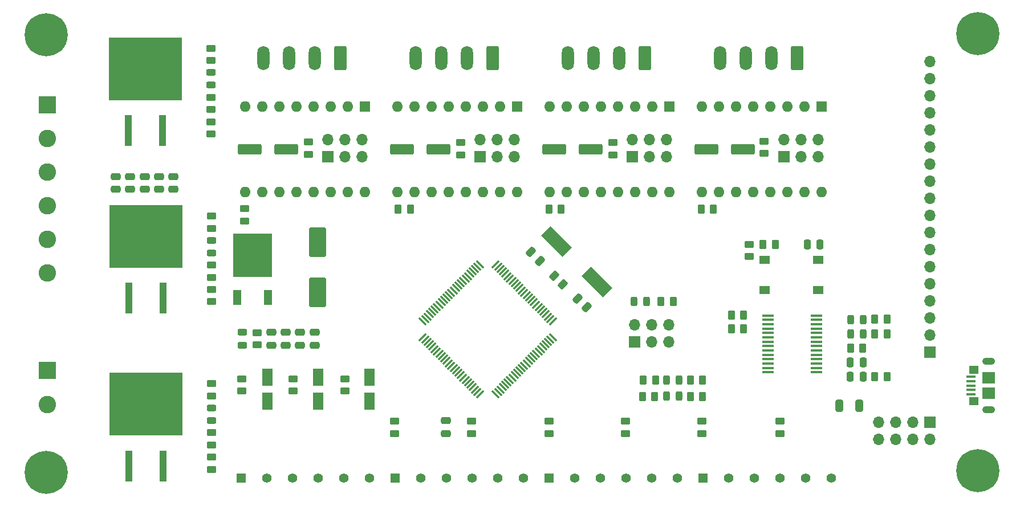
<source format=gbr>
%TF.GenerationSoftware,KiCad,Pcbnew,(6.0.5)*%
%TF.CreationDate,2022-12-16T11:23:46+03:00*%
%TF.ProjectId,3dprinter,33647072-696e-4746-9572-2e6b69636164,rev?*%
%TF.SameCoordinates,Original*%
%TF.FileFunction,Soldermask,Top*%
%TF.FilePolarity,Negative*%
%FSLAX46Y46*%
G04 Gerber Fmt 4.6, Leading zero omitted, Abs format (unit mm)*
G04 Created by KiCad (PCBNEW (6.0.5)) date 2022-12-16 11:23:46*
%MOMM*%
%LPD*%
G01*
G04 APERTURE LIST*
G04 Aperture macros list*
%AMRoundRect*
0 Rectangle with rounded corners*
0 $1 Rounding radius*
0 $2 $3 $4 $5 $6 $7 $8 $9 X,Y pos of 4 corners*
0 Add a 4 corners polygon primitive as box body*
4,1,4,$2,$3,$4,$5,$6,$7,$8,$9,$2,$3,0*
0 Add four circle primitives for the rounded corners*
1,1,$1+$1,$2,$3*
1,1,$1+$1,$4,$5*
1,1,$1+$1,$6,$7*
1,1,$1+$1,$8,$9*
0 Add four rect primitives between the rounded corners*
20,1,$1+$1,$2,$3,$4,$5,0*
20,1,$1+$1,$4,$5,$6,$7,0*
20,1,$1+$1,$6,$7,$8,$9,0*
20,1,$1+$1,$8,$9,$2,$3,0*%
%AMRotRect*
0 Rectangle, with rotation*
0 The origin of the aperture is its center*
0 $1 length*
0 $2 width*
0 $3 Rotation angle, in degrees counterclockwise*
0 Add horizontal line*
21,1,$1,$2,0,0,$3*%
G04 Aperture macros list end*
%ADD10R,1.100000X4.600000*%
%ADD11R,10.800000X9.400000*%
%ADD12RoundRect,0.250000X-0.450000X0.262500X-0.450000X-0.262500X0.450000X-0.262500X0.450000X0.262500X0*%
%ADD13RoundRect,0.243750X-0.243750X-0.456250X0.243750X-0.456250X0.243750X0.456250X-0.243750X0.456250X0*%
%ADD14RoundRect,0.243750X-0.456250X0.243750X-0.456250X-0.243750X0.456250X-0.243750X0.456250X0.243750X0*%
%ADD15RoundRect,0.250000X-0.250000X-0.475000X0.250000X-0.475000X0.250000X0.475000X-0.250000X0.475000X0*%
%ADD16R,1.600000X1.600000*%
%ADD17O,1.600000X1.600000*%
%ADD18RoundRect,0.250000X0.503814X0.132583X0.132583X0.503814X-0.503814X-0.132583X-0.132583X-0.503814X0*%
%ADD19RoundRect,0.250000X0.450000X-0.262500X0.450000X0.262500X-0.450000X0.262500X-0.450000X-0.262500X0*%
%ADD20RoundRect,0.250000X0.475000X-0.250000X0.475000X0.250000X-0.475000X0.250000X-0.475000X-0.250000X0*%
%ADD21RoundRect,0.250000X-1.500000X-0.550000X1.500000X-0.550000X1.500000X0.550000X-1.500000X0.550000X0*%
%ADD22R,1.700000X1.700000*%
%ADD23O,1.700000X1.700000*%
%ADD24C,0.800000*%
%ADD25C,6.400000*%
%ADD26RoundRect,0.250000X0.650000X1.550000X-0.650000X1.550000X-0.650000X-1.550000X0.650000X-1.550000X0*%
%ADD27O,1.800000X3.600000*%
%ADD28RoundRect,0.250000X0.262500X0.450000X-0.262500X0.450000X-0.262500X-0.450000X0.262500X-0.450000X0*%
%ADD29R,1.400000X0.400000*%
%ADD30R,1.450000X1.150000*%
%ADD31O,1.900000X1.050000*%
%ADD32R,1.900000X1.750000*%
%ADD33RoundRect,0.250000X0.325000X0.650000X-0.325000X0.650000X-0.325000X-0.650000X0.325000X-0.650000X0*%
%ADD34R,1.400000X1.400000*%
%ADD35C,1.400000*%
%ADD36RoundRect,0.250000X-0.262500X-0.450000X0.262500X-0.450000X0.262500X0.450000X-0.262500X0.450000X0*%
%ADD37RotRect,4.500000X2.000000X135.000000*%
%ADD38RoundRect,0.250000X-0.512652X-0.159099X-0.159099X-0.512652X0.512652X0.159099X0.159099X0.512652X0*%
%ADD39RoundRect,0.243750X0.456250X-0.243750X0.456250X0.243750X-0.456250X0.243750X-0.456250X-0.243750X0*%
%ADD40R,1.550000X1.300000*%
%ADD41R,2.600000X2.600000*%
%ADD42C,2.600000*%
%ADD43RoundRect,0.075000X0.521491X-0.415425X-0.415425X0.521491X-0.521491X0.415425X0.415425X-0.521491X0*%
%ADD44RoundRect,0.075000X0.521491X0.415425X0.415425X0.521491X-0.521491X-0.415425X-0.415425X-0.521491X0*%
%ADD45R,1.200000X2.200000*%
%ADD46R,5.800000X6.400000*%
%ADD47RoundRect,0.243750X0.243750X0.456250X-0.243750X0.456250X-0.243750X-0.456250X0.243750X-0.456250X0*%
%ADD48RoundRect,0.250000X1.000000X-1.950000X1.000000X1.950000X-1.000000X1.950000X-1.000000X-1.950000X0*%
%ADD49RoundRect,0.250000X0.550000X-1.050000X0.550000X1.050000X-0.550000X1.050000X-0.550000X-1.050000X0*%
%ADD50R,1.750000X0.450000*%
%ADD51RoundRect,0.250000X0.512652X0.159099X0.159099X0.512652X-0.512652X-0.159099X-0.159099X-0.512652X0*%
G04 APERTURE END LIST*
D10*
%TO.C,Q1*%
X119435000Y-116025000D03*
D11*
X121975000Y-106875000D03*
D10*
X124515000Y-116025000D03*
%TD*%
%TO.C,Q2*%
X124515000Y-91100000D03*
D11*
X121975000Y-81950000D03*
D10*
X119435000Y-91100000D03*
%TD*%
D12*
%TO.C,R12*%
X131600000Y-64887500D03*
X131600000Y-66712500D03*
%TD*%
D13*
%TO.C,D11*%
X226575001Y-96458749D03*
X228450001Y-96458749D03*
%TD*%
D14*
%TO.C,D12*%
X136300000Y-96200000D03*
X136300000Y-98075000D03*
%TD*%
D15*
%TO.C,C8*%
X220170000Y-83130000D03*
X222070000Y-83130000D03*
%TD*%
D13*
%TO.C,D2*%
X199282500Y-103255003D03*
X201157500Y-103255003D03*
%TD*%
D16*
%TO.C,A4*%
X222250000Y-62660000D03*
D17*
X219710000Y-62660000D03*
X217170000Y-62660000D03*
X214630000Y-62660000D03*
X212090000Y-62660000D03*
X209550000Y-62660000D03*
X207010000Y-62660000D03*
X204470000Y-62660000D03*
X204470000Y-75360000D03*
X207010000Y-75360000D03*
X209550000Y-75360000D03*
X212090000Y-75360000D03*
X214630000Y-75360000D03*
X217170000Y-75360000D03*
X219710000Y-75360000D03*
X222250000Y-75360000D03*
%TD*%
D18*
%TO.C,R3*%
X183856334Y-89053713D03*
X182565864Y-87763243D03*
%TD*%
D19*
%TO.C,R14*%
X131675000Y-88017500D03*
X131675000Y-86192500D03*
%TD*%
D20*
%TO.C,C19*%
X123900000Y-74950000D03*
X123900000Y-73050000D03*
%TD*%
D21*
%TO.C,C15*%
X205160000Y-69000000D03*
X210560000Y-69000000D03*
%TD*%
D19*
%TO.C,R13*%
X131675000Y-112922500D03*
X131675000Y-111097500D03*
%TD*%
%TO.C,R1*%
X211500000Y-84912500D03*
X211500000Y-83087500D03*
%TD*%
D22*
%TO.C,J12*%
X171535000Y-70075000D03*
D23*
X171535000Y-67535000D03*
X174075000Y-70075000D03*
X174075000Y-67535000D03*
X176615000Y-70075000D03*
X176615000Y-67535000D03*
%TD*%
D19*
%TO.C,R20*%
X151500000Y-104912500D03*
X151500000Y-103087500D03*
%TD*%
D12*
%TO.C,R23*%
X146060000Y-67887500D03*
X146060000Y-69712500D03*
%TD*%
D24*
%TO.C,H1*%
X105402944Y-53697056D03*
X108797056Y-53697056D03*
X108797056Y-50302944D03*
X107100000Y-49600000D03*
X109500000Y-52000000D03*
X105402944Y-50302944D03*
X107100000Y-54400000D03*
X104700000Y-52000000D03*
D25*
X107100000Y-52000000D03*
%TD*%
D26*
%TO.C,J9*%
X150860000Y-55432500D03*
D27*
X147050000Y-55432500D03*
X143240000Y-55432500D03*
X139430000Y-55432500D03*
%TD*%
D20*
%TO.C,C18*%
X121750000Y-74950000D03*
X121750000Y-73050000D03*
%TD*%
D19*
%TO.C,R17*%
X131675000Y-105642500D03*
X131675000Y-103817500D03*
%TD*%
D24*
%TO.C,H2*%
X243802944Y-50102944D03*
X243100000Y-51800000D03*
D25*
X245500000Y-51800000D03*
D24*
X247900000Y-51800000D03*
X243802944Y-53497056D03*
X245500000Y-54200000D03*
X247197056Y-50102944D03*
X245500000Y-49400000D03*
X247197056Y-53497056D03*
%TD*%
D12*
%TO.C,R29*%
X213700000Y-67787500D03*
X213700000Y-69612500D03*
%TD*%
D20*
%TO.C,C2*%
X140553000Y-98107500D03*
X140553000Y-96207500D03*
%TD*%
D28*
%TO.C,R2*%
X200272500Y-91620001D03*
X198447500Y-91620001D03*
%TD*%
D29*
%TO.C,J2*%
X244450000Y-105400000D03*
X244450000Y-104750000D03*
X244450000Y-104100000D03*
X244450000Y-103450000D03*
X244450000Y-102800000D03*
D30*
X244870000Y-101780000D03*
D31*
X247100000Y-100525000D03*
D32*
X247100000Y-105225000D03*
D31*
X247100000Y-107675000D03*
D32*
X247100000Y-102975000D03*
D30*
X244870000Y-106420000D03*
%TD*%
D22*
%TO.C,J14*%
X194135000Y-70075000D03*
D23*
X194135000Y-67535000D03*
X196675000Y-70075000D03*
X196675000Y-67535000D03*
X199215000Y-70075000D03*
X199215000Y-67535000D03*
%TD*%
D28*
%TO.C,R28*%
X206212500Y-77900000D03*
X204387500Y-77900000D03*
%TD*%
D22*
%TO.C,J1*%
X194475000Y-97575000D03*
D23*
X194475000Y-95035000D03*
X197015000Y-97575000D03*
X197015000Y-95035000D03*
X199555000Y-97575000D03*
X199555000Y-95035000D03*
%TD*%
D16*
%TO.C,A3*%
X199650000Y-62660000D03*
D17*
X197110000Y-62660000D03*
X194570000Y-62660000D03*
X192030000Y-62660000D03*
X189490000Y-62660000D03*
X186950000Y-62660000D03*
X184410000Y-62660000D03*
X181870000Y-62660000D03*
X181870000Y-75360000D03*
X184410000Y-75360000D03*
X186950000Y-75360000D03*
X189490000Y-75360000D03*
X192030000Y-75360000D03*
X194570000Y-75360000D03*
X197110000Y-75360000D03*
X199650000Y-75360000D03*
%TD*%
D22*
%TO.C,J17*%
X238400000Y-109557500D03*
D23*
X238400000Y-112097500D03*
X235860000Y-109557500D03*
X235860000Y-112097500D03*
X233320000Y-109557500D03*
X233320000Y-112097500D03*
X230780000Y-109557500D03*
X230780000Y-112097500D03*
%TD*%
D33*
%TO.C,FB1*%
X227875000Y-107100000D03*
X224925000Y-107100000D03*
%TD*%
D20*
%TO.C,C17*%
X119600000Y-74950000D03*
X119600000Y-73050000D03*
%TD*%
%TO.C,C5*%
X147000000Y-98107500D03*
X147000000Y-96207500D03*
%TD*%
D19*
%TO.C,R9*%
X136200000Y-104912500D03*
X136200000Y-103087500D03*
%TD*%
D34*
%TO.C,J4*%
X158930000Y-117832500D03*
D35*
X162740000Y-117832500D03*
X166550000Y-117832500D03*
X170360000Y-117832500D03*
X174170000Y-117832500D03*
X177980000Y-117832500D03*
%TD*%
D21*
%TO.C,C12*%
X137360000Y-69000000D03*
X142760000Y-69000000D03*
%TD*%
D36*
%TO.C,R34*%
X195787500Y-103300000D03*
X197612500Y-103300000D03*
%TD*%
D37*
%TO.C,Y1*%
X188905204Y-88705204D03*
X182894796Y-82694796D03*
%TD*%
D20*
%TO.C,C3*%
X142702000Y-98107500D03*
X142702000Y-96207500D03*
%TD*%
D19*
%TO.C,R22*%
X136560000Y-79645000D03*
X136560000Y-77820000D03*
%TD*%
D38*
%TO.C,C7*%
X179139349Y-84236728D03*
X180482851Y-85580230D03*
%TD*%
D19*
%TO.C,R16*%
X143800000Y-104912500D03*
X143800000Y-103087500D03*
%TD*%
D39*
%TO.C,D6*%
X131720000Y-109287500D03*
X131720000Y-107412500D03*
%TD*%
D36*
%TO.C,R8*%
X213587500Y-83100001D03*
X215412500Y-83100001D03*
%TD*%
D21*
%TO.C,C13*%
X159960000Y-69000000D03*
X165360000Y-69000000D03*
%TD*%
D13*
%TO.C,D3*%
X199219999Y-105678207D03*
X201094999Y-105678207D03*
%TD*%
D40*
%TO.C,SW1*%
X213845000Y-85380001D03*
X221795000Y-85380001D03*
X213845000Y-89880001D03*
X221795000Y-89880001D03*
%TD*%
D41*
%TO.C,J3*%
X107300000Y-101800000D03*
D42*
X107300000Y-106880000D03*
%TD*%
D20*
%TO.C,C4*%
X144851000Y-98107500D03*
X144851000Y-96207500D03*
%TD*%
D26*
%TO.C,J15*%
X218620000Y-55432500D03*
D27*
X214810000Y-55432500D03*
X211000000Y-55432500D03*
X207190000Y-55432500D03*
%TD*%
D22*
%TO.C,J16*%
X216735000Y-70075000D03*
D23*
X216735000Y-67535000D03*
X219275000Y-70075000D03*
X219275000Y-67535000D03*
X221815000Y-70075000D03*
X221815000Y-67535000D03*
%TD*%
D43*
%TO.C,U1*%
X173886665Y-105386157D03*
X174240218Y-105032604D03*
X174593772Y-104679051D03*
X174947325Y-104325497D03*
X175300879Y-103971944D03*
X175654432Y-103618390D03*
X176007985Y-103264837D03*
X176361539Y-102911284D03*
X176715092Y-102557730D03*
X177068646Y-102204177D03*
X177422199Y-101850623D03*
X177775752Y-101497070D03*
X178129306Y-101143517D03*
X178482859Y-100789963D03*
X178836412Y-100436410D03*
X179189966Y-100082857D03*
X179543519Y-99729303D03*
X179897073Y-99375750D03*
X180250626Y-99022196D03*
X180604179Y-98668643D03*
X180957733Y-98315090D03*
X181311286Y-97961536D03*
X181664840Y-97607983D03*
X182018393Y-97254429D03*
X182371946Y-96900876D03*
D44*
X182371946Y-94549746D03*
X182018393Y-94196193D03*
X181664840Y-93842639D03*
X181311286Y-93489086D03*
X180957733Y-93135532D03*
X180604179Y-92781979D03*
X180250626Y-92428426D03*
X179897073Y-92074872D03*
X179543519Y-91721319D03*
X179189966Y-91367765D03*
X178836412Y-91014212D03*
X178482859Y-90660659D03*
X178129306Y-90307105D03*
X177775752Y-89953552D03*
X177422199Y-89599999D03*
X177068646Y-89246445D03*
X176715092Y-88892892D03*
X176361539Y-88539338D03*
X176007985Y-88185785D03*
X175654432Y-87832232D03*
X175300879Y-87478678D03*
X174947325Y-87125125D03*
X174593772Y-86771571D03*
X174240218Y-86418018D03*
X173886665Y-86064465D03*
D43*
X171535535Y-86064465D03*
X171181982Y-86418018D03*
X170828428Y-86771571D03*
X170474875Y-87125125D03*
X170121321Y-87478678D03*
X169767768Y-87832232D03*
X169414215Y-88185785D03*
X169060661Y-88539338D03*
X168707108Y-88892892D03*
X168353554Y-89246445D03*
X168000001Y-89599999D03*
X167646448Y-89953552D03*
X167292894Y-90307105D03*
X166939341Y-90660659D03*
X166585788Y-91014212D03*
X166232234Y-91367765D03*
X165878681Y-91721319D03*
X165525127Y-92074872D03*
X165171574Y-92428426D03*
X164818021Y-92781979D03*
X164464467Y-93135532D03*
X164110914Y-93489086D03*
X163757360Y-93842639D03*
X163403807Y-94196193D03*
X163050254Y-94549746D03*
D44*
X163050254Y-96900876D03*
X163403807Y-97254429D03*
X163757360Y-97607983D03*
X164110914Y-97961536D03*
X164464467Y-98315090D03*
X164818021Y-98668643D03*
X165171574Y-99022196D03*
X165525127Y-99375750D03*
X165878681Y-99729303D03*
X166232234Y-100082857D03*
X166585788Y-100436410D03*
X166939341Y-100789963D03*
X167292894Y-101143517D03*
X167646448Y-101497070D03*
X168000001Y-101850623D03*
X168353554Y-102204177D03*
X168707108Y-102557730D03*
X169060661Y-102911284D03*
X169414215Y-103264837D03*
X169767768Y-103618390D03*
X170121321Y-103971944D03*
X170474875Y-104325497D03*
X170828428Y-104679051D03*
X171181982Y-105032604D03*
X171535535Y-105386157D03*
%TD*%
D19*
%TO.C,R18*%
X131675000Y-80737500D03*
X131675000Y-78912500D03*
%TD*%
D28*
%TO.C,R24*%
X161212500Y-77900000D03*
X159387500Y-77900000D03*
%TD*%
D12*
%TO.C,R44*%
X216100000Y-109387500D03*
X216100000Y-111212500D03*
%TD*%
D28*
%TO.C,R26*%
X183612500Y-77900000D03*
X181787500Y-77900000D03*
%TD*%
D15*
%TO.C,C22*%
X226542501Y-100671250D03*
X228442501Y-100671250D03*
%TD*%
D20*
%TO.C,C16*%
X117450000Y-74950000D03*
X117450000Y-73050000D03*
%TD*%
D12*
%TO.C,R41*%
X181800000Y-109387500D03*
X181800000Y-111212500D03*
%TD*%
%TO.C,R25*%
X168660000Y-67987500D03*
X168660000Y-69812500D03*
%TD*%
D36*
%TO.C,R37*%
X230200002Y-102799998D03*
X232025002Y-102799998D03*
%TD*%
%TO.C,R33*%
X195675000Y-105723205D03*
X197500000Y-105723205D03*
%TD*%
D15*
%TO.C,C21*%
X226542500Y-102800000D03*
X228442500Y-102800000D03*
%TD*%
D41*
%TO.C,J8*%
X107300000Y-62400000D03*
D42*
X107300000Y-67400000D03*
X107300000Y-72400000D03*
X107300000Y-77400000D03*
X107300000Y-82400000D03*
X107300000Y-87400000D03*
%TD*%
D45*
%TO.C,U3*%
X135520000Y-91000000D03*
D46*
X137800000Y-84700000D03*
D45*
X140080000Y-91000000D03*
%TD*%
D47*
%TO.C,D1*%
X196300000Y-91600000D03*
X194425000Y-91600000D03*
%TD*%
D10*
%TO.C,Q3*%
X119360000Y-66175000D03*
D11*
X121900000Y-57025000D03*
D10*
X124440000Y-66175000D03*
%TD*%
D34*
%TO.C,J5*%
X136075000Y-117832500D03*
D35*
X139885000Y-117832500D03*
X143695000Y-117832500D03*
X147505000Y-117832500D03*
X151315000Y-117832500D03*
X155125000Y-117832500D03*
%TD*%
D12*
%TO.C,R11*%
X131675000Y-89812500D03*
X131675000Y-91637500D03*
%TD*%
D28*
%TO.C,R31*%
X210712502Y-95699998D03*
X208887502Y-95699998D03*
%TD*%
D48*
%TO.C,C23*%
X147400000Y-90200000D03*
X147400000Y-82800000D03*
%TD*%
D22*
%TO.C,J18*%
X238400000Y-99157500D03*
D23*
X238400000Y-96617500D03*
X238400000Y-94077500D03*
X238400000Y-91537500D03*
X238400000Y-88997500D03*
X238400000Y-86457500D03*
X238400000Y-83917500D03*
X238400000Y-81377500D03*
X238400000Y-78837500D03*
X238400000Y-76297500D03*
X238400000Y-73757500D03*
X238400000Y-71217500D03*
X238400000Y-68677500D03*
X238400000Y-66137500D03*
X238400000Y-63597500D03*
X238400000Y-61057500D03*
X238400000Y-58517500D03*
X238400000Y-55977500D03*
%TD*%
D49*
%TO.C,C9*%
X139960000Y-106442500D03*
X139960000Y-102842500D03*
%TD*%
D36*
%TO.C,R5*%
X202775000Y-105723206D03*
X204600000Y-105723206D03*
%TD*%
D12*
%TO.C,R10*%
X131675000Y-114717500D03*
X131675000Y-116542500D03*
%TD*%
D22*
%TO.C,J10*%
X148935000Y-70075000D03*
D23*
X148935000Y-67535000D03*
X151475000Y-70075000D03*
X151475000Y-67535000D03*
X154015000Y-70075000D03*
X154015000Y-67535000D03*
%TD*%
D25*
%TO.C,H4*%
X245500000Y-116700000D03*
D24*
X247197056Y-118397056D03*
X247197056Y-115002944D03*
X245500000Y-114300000D03*
X243802944Y-115002944D03*
X243802944Y-118397056D03*
X245500000Y-119100000D03*
X247900000Y-116700000D03*
X243100000Y-116700000D03*
%TD*%
D28*
%TO.C,R32*%
X210712500Y-93600000D03*
X208887500Y-93600000D03*
%TD*%
D12*
%TO.C,R27*%
X191260000Y-67987500D03*
X191260000Y-69812500D03*
%TD*%
D36*
%TO.C,R4*%
X202787500Y-103300000D03*
X204612500Y-103300000D03*
%TD*%
D50*
%TO.C,U2*%
X214312499Y-93675000D03*
X214312499Y-94325000D03*
X214312499Y-94975000D03*
X214312499Y-95625000D03*
X214312499Y-96275000D03*
X214312499Y-96925000D03*
X214312499Y-97575000D03*
X214312499Y-98225000D03*
X214312499Y-98875000D03*
X214312499Y-99525000D03*
X214312499Y-100175000D03*
X214312499Y-100825000D03*
X214312499Y-101475000D03*
X214312499Y-102125000D03*
X221512499Y-102125000D03*
X221512499Y-101475000D03*
X221512499Y-100825000D03*
X221512499Y-100175000D03*
X221512499Y-99525000D03*
X221512499Y-98875000D03*
X221512499Y-98225000D03*
X221512499Y-97575000D03*
X221512499Y-96925000D03*
X221512499Y-96275000D03*
X221512499Y-95625000D03*
X221512499Y-94975000D03*
X221512499Y-94325000D03*
X221512499Y-93675000D03*
%TD*%
D36*
%TO.C,R36*%
X230200001Y-96413750D03*
X232025001Y-96413750D03*
%TD*%
D34*
%TO.C,J7*%
X204650000Y-117832500D03*
D35*
X208460000Y-117832500D03*
X212270000Y-117832500D03*
X216080000Y-117832500D03*
X219890000Y-117832500D03*
X223700000Y-117832500D03*
%TD*%
D13*
%TO.C,D10*%
X226575000Y-94300000D03*
X228450000Y-94300000D03*
%TD*%
D20*
%TO.C,C20*%
X126050000Y-74950000D03*
X126050000Y-73050000D03*
%TD*%
D39*
%TO.C,D7*%
X131720000Y-84382500D03*
X131720000Y-82507500D03*
%TD*%
D26*
%TO.C,J11*%
X173446666Y-55432500D03*
D27*
X169636666Y-55432500D03*
X165826666Y-55432500D03*
X162016666Y-55432500D03*
%TD*%
D34*
%TO.C,J6*%
X181790000Y-117832500D03*
D35*
X185600000Y-117832500D03*
X189410000Y-117832500D03*
X193220000Y-117832500D03*
X197030000Y-117832500D03*
X200840000Y-117832500D03*
%TD*%
D21*
%TO.C,C14*%
X182560000Y-69000000D03*
X187960000Y-69000000D03*
%TD*%
D19*
%TO.C,R19*%
X131600000Y-55812500D03*
X131600000Y-53987500D03*
%TD*%
D20*
%TO.C,C1*%
X166500000Y-111230000D03*
X166500000Y-109330000D03*
%TD*%
D36*
%TO.C,R35*%
X230200000Y-94255001D03*
X232025000Y-94255001D03*
%TD*%
D24*
%TO.C,H3*%
X105402944Y-115302944D03*
X107100000Y-114600000D03*
X107100000Y-119400000D03*
X108797056Y-115302944D03*
X108797056Y-118697056D03*
X104700000Y-117000000D03*
D25*
X107100000Y-117000000D03*
D24*
X105402944Y-118697056D03*
X109500000Y-117000000D03*
%TD*%
D19*
%TO.C,R15*%
X131600000Y-63092500D03*
X131600000Y-61267500D03*
%TD*%
D12*
%TO.C,R43*%
X204500000Y-109387500D03*
X204500000Y-111212500D03*
%TD*%
%TO.C,R42*%
X193200000Y-109387500D03*
X193200000Y-111212500D03*
%TD*%
D16*
%TO.C,A1*%
X154450000Y-62660000D03*
D17*
X151910000Y-62660000D03*
X149370000Y-62660000D03*
X146830000Y-62660000D03*
X144290000Y-62660000D03*
X141750000Y-62660000D03*
X139210000Y-62660000D03*
X136670000Y-62660000D03*
X136670000Y-75360000D03*
X139210000Y-75360000D03*
X141750000Y-75360000D03*
X144290000Y-75360000D03*
X146830000Y-75360000D03*
X149370000Y-75360000D03*
X151910000Y-75360000D03*
X154450000Y-75360000D03*
%TD*%
D12*
%TO.C,R40*%
X170300000Y-109387500D03*
X170300000Y-111212500D03*
%TD*%
%TO.C,R39*%
X158900000Y-109387500D03*
X158900000Y-111212500D03*
%TD*%
D51*
%TO.C,C6*%
X187382849Y-92480230D03*
X186039347Y-91136728D03*
%TD*%
D19*
%TO.C,R38*%
X138434000Y-98050000D03*
X138434000Y-96225000D03*
%TD*%
D36*
%TO.C,R30*%
X226560002Y-98572498D03*
X228385002Y-98572498D03*
%TD*%
D49*
%TO.C,C11*%
X155160000Y-106442500D03*
X155160000Y-102842500D03*
%TD*%
D39*
%TO.C,D8*%
X131645000Y-59457500D03*
X131645000Y-57582500D03*
%TD*%
D16*
%TO.C,A2*%
X177050000Y-62660000D03*
D17*
X174510000Y-62660000D03*
X171970000Y-62660000D03*
X169430000Y-62660000D03*
X166890000Y-62660000D03*
X164350000Y-62660000D03*
X161810000Y-62660000D03*
X159270000Y-62660000D03*
X159270000Y-75360000D03*
X161810000Y-75360000D03*
X164350000Y-75360000D03*
X166890000Y-75360000D03*
X169430000Y-75360000D03*
X171970000Y-75360000D03*
X174510000Y-75360000D03*
X177050000Y-75360000D03*
%TD*%
D26*
%TO.C,J13*%
X196033332Y-55432500D03*
D27*
X192223332Y-55432500D03*
X188413332Y-55432500D03*
X184603332Y-55432500D03*
%TD*%
D49*
%TO.C,C10*%
X147560000Y-106442500D03*
X147560000Y-102842500D03*
%TD*%
M02*

</source>
